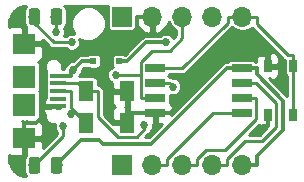
<source format=gbr>
G04 #@! TF.GenerationSoftware,KiCad,Pcbnew,(5.0.0)*
G04 #@! TF.CreationDate,2018-09-11T18:50:04-05:00*
G04 #@! TF.ProjectId,mini-attinyuino,6D696E692D617474696E7975696E6F2E,1.0*
G04 #@! TF.SameCoordinates,Original*
G04 #@! TF.FileFunction,Copper,L1,Top,Signal*
G04 #@! TF.FilePolarity,Positive*
%FSLAX46Y46*%
G04 Gerber Fmt 4.6, Leading zero omitted, Abs format (unit mm)*
G04 Created by KiCad (PCBNEW (5.0.0)) date 09/11/18 18:50:04*
%MOMM*%
%LPD*%
G01*
G04 APERTURE LIST*
G04 #@! TA.AperFunction,SMDPad,CuDef*
%ADD10R,0.650000X1.050000*%
G04 #@! TD*
G04 #@! TA.AperFunction,ComponentPad*
%ADD11O,1.700000X1.700000*%
G04 #@! TD*
G04 #@! TA.AperFunction,ComponentPad*
%ADD12R,1.700000X1.700000*%
G04 #@! TD*
G04 #@! TA.AperFunction,SMDPad,CuDef*
%ADD13R,1.300000X1.700000*%
G04 #@! TD*
G04 #@! TA.AperFunction,SMDPad,CuDef*
%ADD14R,0.500000X0.500000*%
G04 #@! TD*
G04 #@! TA.AperFunction,Conductor*
%ADD15C,0.127000*%
G04 #@! TD*
G04 #@! TA.AperFunction,SMDPad,CuDef*
%ADD16C,0.975000*%
G04 #@! TD*
G04 #@! TA.AperFunction,SMDPad,CuDef*
%ADD17R,1.900000X1.800000*%
G04 #@! TD*
G04 #@! TA.AperFunction,SMDPad,CuDef*
%ADD18R,1.900000X1.900000*%
G04 #@! TD*
G04 #@! TA.AperFunction,SMDPad,CuDef*
%ADD19R,1.350000X0.400000*%
G04 #@! TD*
G04 #@! TA.AperFunction,SMDPad,CuDef*
%ADD20R,1.700000X0.650000*%
G04 #@! TD*
G04 #@! TA.AperFunction,ViaPad*
%ADD21C,0.685800*%
G04 #@! TD*
G04 #@! TA.AperFunction,Conductor*
%ADD22C,0.300000*%
G04 #@! TD*
G04 #@! TA.AperFunction,Conductor*
%ADD23C,0.254000*%
G04 #@! TD*
G04 APERTURE END LIST*
D10*
G04 #@! TO.P,SW1,1*
G04 #@! TO.N,GND*
X138815000Y-95563500D03*
X138815000Y-91413500D03*
G04 #@! TO.P,SW1,2*
G04 #@! TO.N,/PG5*
X140965000Y-95563500D03*
X140965000Y-91413500D03*
G04 #@! TD*
D11*
G04 #@! TO.P,J1,5*
G04 #@! TO.N,+5V*
X136675000Y-99778800D03*
G04 #@! TO.P,J1,4*
G04 #@! TO.N,/PG3*
X134135000Y-99778800D03*
G04 #@! TO.P,J1,3*
G04 #@! TO.N,/PG1*
X131595000Y-99778800D03*
G04 #@! TO.P,J1,2*
G04 #@! TO.N,/PG4*
X129055000Y-99778800D03*
D12*
G04 #@! TO.P,J1,1*
G04 #@! TO.N,VBUS*
X126515000Y-99778800D03*
G04 #@! TD*
G04 #@! TO.P,J2,1*
G04 #@! TO.N,VCC*
X126515000Y-87233800D03*
D11*
G04 #@! TO.P,J2,2*
G04 #@! TO.N,GND*
X129055000Y-87233800D03*
G04 #@! TO.P,J2,3*
G04 #@! TO.N,Net-(J2-Pad3)*
X131595000Y-87233800D03*
G04 #@! TO.P,J2,4*
G04 #@! TO.N,Net-(J2-Pad4)*
X134135000Y-87233800D03*
G04 #@! TO.P,J2,5*
G04 #@! TO.N,/PG5*
X136675000Y-87233800D03*
G04 #@! TD*
D13*
G04 #@! TO.P,D4,1*
G04 #@! TO.N,Net-(D4-Pad1)*
X123419000Y-93526500D03*
G04 #@! TO.P,D4,2*
G04 #@! TO.N,GND*
X126919000Y-93526500D03*
G04 #@! TD*
D14*
G04 #@! TO.P,D2,1*
G04 #@! TO.N,+5V*
X126269000Y-91008200D03*
G04 #@! TO.P,D2,2*
G04 #@! TO.N,VBUS*
X124069000Y-91008200D03*
G04 #@! TD*
D15*
G04 #@! TO.N,Net-(D3-Pad1)*
G04 #@! TO.C,D3*
G36*
X119332142Y-86529874D02*
X119355803Y-86533384D01*
X119379007Y-86539196D01*
X119401529Y-86547254D01*
X119423153Y-86557482D01*
X119443670Y-86569779D01*
X119462883Y-86584029D01*
X119480607Y-86600093D01*
X119496671Y-86617817D01*
X119510921Y-86637030D01*
X119523218Y-86657547D01*
X119533446Y-86679171D01*
X119541504Y-86701693D01*
X119547316Y-86724897D01*
X119550826Y-86748558D01*
X119552000Y-86772450D01*
X119552000Y-87684950D01*
X119550826Y-87708842D01*
X119547316Y-87732503D01*
X119541504Y-87755707D01*
X119533446Y-87778229D01*
X119523218Y-87799853D01*
X119510921Y-87820370D01*
X119496671Y-87839583D01*
X119480607Y-87857307D01*
X119462883Y-87873371D01*
X119443670Y-87887621D01*
X119423153Y-87899918D01*
X119401529Y-87910146D01*
X119379007Y-87918204D01*
X119355803Y-87924016D01*
X119332142Y-87927526D01*
X119308250Y-87928700D01*
X118820750Y-87928700D01*
X118796858Y-87927526D01*
X118773197Y-87924016D01*
X118749993Y-87918204D01*
X118727471Y-87910146D01*
X118705847Y-87899918D01*
X118685330Y-87887621D01*
X118666117Y-87873371D01*
X118648393Y-87857307D01*
X118632329Y-87839583D01*
X118618079Y-87820370D01*
X118605782Y-87799853D01*
X118595554Y-87778229D01*
X118587496Y-87755707D01*
X118581684Y-87732503D01*
X118578174Y-87708842D01*
X118577000Y-87684950D01*
X118577000Y-86772450D01*
X118578174Y-86748558D01*
X118581684Y-86724897D01*
X118587496Y-86701693D01*
X118595554Y-86679171D01*
X118605782Y-86657547D01*
X118618079Y-86637030D01*
X118632329Y-86617817D01*
X118648393Y-86600093D01*
X118666117Y-86584029D01*
X118685330Y-86569779D01*
X118705847Y-86557482D01*
X118727471Y-86547254D01*
X118749993Y-86539196D01*
X118773197Y-86533384D01*
X118796858Y-86529874D01*
X118820750Y-86528700D01*
X119308250Y-86528700D01*
X119332142Y-86529874D01*
X119332142Y-86529874D01*
G37*
D16*
G04 #@! TD*
G04 #@! TO.P,D3,1*
G04 #@! TO.N,Net-(D3-Pad1)*
X119064500Y-87228700D03*
D15*
G04 #@! TO.N,/PG1*
G04 #@! TO.C,D3*
G36*
X121207142Y-86529874D02*
X121230803Y-86533384D01*
X121254007Y-86539196D01*
X121276529Y-86547254D01*
X121298153Y-86557482D01*
X121318670Y-86569779D01*
X121337883Y-86584029D01*
X121355607Y-86600093D01*
X121371671Y-86617817D01*
X121385921Y-86637030D01*
X121398218Y-86657547D01*
X121408446Y-86679171D01*
X121416504Y-86701693D01*
X121422316Y-86724897D01*
X121425826Y-86748558D01*
X121427000Y-86772450D01*
X121427000Y-87684950D01*
X121425826Y-87708842D01*
X121422316Y-87732503D01*
X121416504Y-87755707D01*
X121408446Y-87778229D01*
X121398218Y-87799853D01*
X121385921Y-87820370D01*
X121371671Y-87839583D01*
X121355607Y-87857307D01*
X121337883Y-87873371D01*
X121318670Y-87887621D01*
X121298153Y-87899918D01*
X121276529Y-87910146D01*
X121254007Y-87918204D01*
X121230803Y-87924016D01*
X121207142Y-87927526D01*
X121183250Y-87928700D01*
X120695750Y-87928700D01*
X120671858Y-87927526D01*
X120648197Y-87924016D01*
X120624993Y-87918204D01*
X120602471Y-87910146D01*
X120580847Y-87899918D01*
X120560330Y-87887621D01*
X120541117Y-87873371D01*
X120523393Y-87857307D01*
X120507329Y-87839583D01*
X120493079Y-87820370D01*
X120480782Y-87799853D01*
X120470554Y-87778229D01*
X120462496Y-87755707D01*
X120456684Y-87732503D01*
X120453174Y-87708842D01*
X120452000Y-87684950D01*
X120452000Y-86772450D01*
X120453174Y-86748558D01*
X120456684Y-86724897D01*
X120462496Y-86701693D01*
X120470554Y-86679171D01*
X120480782Y-86657547D01*
X120493079Y-86637030D01*
X120507329Y-86617817D01*
X120523393Y-86600093D01*
X120541117Y-86584029D01*
X120560330Y-86569779D01*
X120580847Y-86557482D01*
X120602471Y-86547254D01*
X120624993Y-86539196D01*
X120648197Y-86533384D01*
X120671858Y-86529874D01*
X120695750Y-86528700D01*
X121183250Y-86528700D01*
X121207142Y-86529874D01*
X121207142Y-86529874D01*
G37*
D16*
G04 #@! TD*
G04 #@! TO.P,D3,2*
G04 #@! TO.N,/PG1*
X120939500Y-87228700D03*
D17*
G04 #@! TO.P,J3,6*
G04 #@! TO.N,GND*
X118219000Y-89527900D03*
X118219000Y-97527900D03*
D18*
G04 #@! TO.P,J3,*
G04 #@! TO.N,*
X118219000Y-92327900D03*
X118219000Y-94727900D03*
D19*
G04 #@! TO.P,J3,1*
G04 #@! TO.N,VBUS*
X121094000Y-92227900D03*
G04 #@! TO.P,J3,2*
G04 #@! TO.N,Net-(D4-Pad1)*
X121094000Y-92877900D03*
G04 #@! TO.P,J3,3*
G04 #@! TO.N,Net-(D5-Pad1)*
X121094000Y-93527900D03*
G04 #@! TO.P,J3,4*
G04 #@! TO.N,Net-(J3-Pad4)*
X121094000Y-94177900D03*
G04 #@! TO.P,J3,5*
G04 #@! TO.N,GND*
X121094000Y-94827900D03*
G04 #@! TD*
D15*
G04 #@! TO.N,Net-(D1-Pad1)*
G04 #@! TO.C,D1*
G36*
X119337142Y-99128274D02*
X119360803Y-99131784D01*
X119384007Y-99137596D01*
X119406529Y-99145654D01*
X119428153Y-99155882D01*
X119448670Y-99168179D01*
X119467883Y-99182429D01*
X119485607Y-99198493D01*
X119501671Y-99216217D01*
X119515921Y-99235430D01*
X119528218Y-99255947D01*
X119538446Y-99277571D01*
X119546504Y-99300093D01*
X119552316Y-99323297D01*
X119555826Y-99346958D01*
X119557000Y-99370850D01*
X119557000Y-100283350D01*
X119555826Y-100307242D01*
X119552316Y-100330903D01*
X119546504Y-100354107D01*
X119538446Y-100376629D01*
X119528218Y-100398253D01*
X119515921Y-100418770D01*
X119501671Y-100437983D01*
X119485607Y-100455707D01*
X119467883Y-100471771D01*
X119448670Y-100486021D01*
X119428153Y-100498318D01*
X119406529Y-100508546D01*
X119384007Y-100516604D01*
X119360803Y-100522416D01*
X119337142Y-100525926D01*
X119313250Y-100527100D01*
X118825750Y-100527100D01*
X118801858Y-100525926D01*
X118778197Y-100522416D01*
X118754993Y-100516604D01*
X118732471Y-100508546D01*
X118710847Y-100498318D01*
X118690330Y-100486021D01*
X118671117Y-100471771D01*
X118653393Y-100455707D01*
X118637329Y-100437983D01*
X118623079Y-100418770D01*
X118610782Y-100398253D01*
X118600554Y-100376629D01*
X118592496Y-100354107D01*
X118586684Y-100330903D01*
X118583174Y-100307242D01*
X118582000Y-100283350D01*
X118582000Y-99370850D01*
X118583174Y-99346958D01*
X118586684Y-99323297D01*
X118592496Y-99300093D01*
X118600554Y-99277571D01*
X118610782Y-99255947D01*
X118623079Y-99235430D01*
X118637329Y-99216217D01*
X118653393Y-99198493D01*
X118671117Y-99182429D01*
X118690330Y-99168179D01*
X118710847Y-99155882D01*
X118732471Y-99145654D01*
X118754993Y-99137596D01*
X118778197Y-99131784D01*
X118801858Y-99128274D01*
X118825750Y-99127100D01*
X119313250Y-99127100D01*
X119337142Y-99128274D01*
X119337142Y-99128274D01*
G37*
D16*
G04 #@! TD*
G04 #@! TO.P,D1,1*
G04 #@! TO.N,Net-(D1-Pad1)*
X119069500Y-99827100D03*
D15*
G04 #@! TO.N,+5V*
G04 #@! TO.C,D1*
G36*
X121212142Y-99128274D02*
X121235803Y-99131784D01*
X121259007Y-99137596D01*
X121281529Y-99145654D01*
X121303153Y-99155882D01*
X121323670Y-99168179D01*
X121342883Y-99182429D01*
X121360607Y-99198493D01*
X121376671Y-99216217D01*
X121390921Y-99235430D01*
X121403218Y-99255947D01*
X121413446Y-99277571D01*
X121421504Y-99300093D01*
X121427316Y-99323297D01*
X121430826Y-99346958D01*
X121432000Y-99370850D01*
X121432000Y-100283350D01*
X121430826Y-100307242D01*
X121427316Y-100330903D01*
X121421504Y-100354107D01*
X121413446Y-100376629D01*
X121403218Y-100398253D01*
X121390921Y-100418770D01*
X121376671Y-100437983D01*
X121360607Y-100455707D01*
X121342883Y-100471771D01*
X121323670Y-100486021D01*
X121303153Y-100498318D01*
X121281529Y-100508546D01*
X121259007Y-100516604D01*
X121235803Y-100522416D01*
X121212142Y-100525926D01*
X121188250Y-100527100D01*
X120700750Y-100527100D01*
X120676858Y-100525926D01*
X120653197Y-100522416D01*
X120629993Y-100516604D01*
X120607471Y-100508546D01*
X120585847Y-100498318D01*
X120565330Y-100486021D01*
X120546117Y-100471771D01*
X120528393Y-100455707D01*
X120512329Y-100437983D01*
X120498079Y-100418770D01*
X120485782Y-100398253D01*
X120475554Y-100376629D01*
X120467496Y-100354107D01*
X120461684Y-100330903D01*
X120458174Y-100307242D01*
X120457000Y-100283350D01*
X120457000Y-99370850D01*
X120458174Y-99346958D01*
X120461684Y-99323297D01*
X120467496Y-99300093D01*
X120475554Y-99277571D01*
X120485782Y-99255947D01*
X120498079Y-99235430D01*
X120512329Y-99216217D01*
X120528393Y-99198493D01*
X120546117Y-99182429D01*
X120565330Y-99168179D01*
X120585847Y-99155882D01*
X120607471Y-99145654D01*
X120629993Y-99137596D01*
X120653197Y-99131784D01*
X120676858Y-99128274D01*
X120700750Y-99127100D01*
X121188250Y-99127100D01*
X121212142Y-99128274D01*
X121212142Y-99128274D01*
G37*
D16*
G04 #@! TD*
G04 #@! TO.P,D1,2*
G04 #@! TO.N,+5V*
X120944500Y-99827100D03*
D13*
G04 #@! TO.P,D5,2*
G04 #@! TO.N,GND*
X126919000Y-96194900D03*
G04 #@! TO.P,D5,1*
G04 #@! TO.N,Net-(D5-Pad1)*
X123419000Y-96194900D03*
G04 #@! TD*
D20*
G04 #@! TO.P,U2,1*
G04 #@! TO.N,/PG5*
X129324000Y-91583500D03*
G04 #@! TO.P,U2,2*
G04 #@! TO.N,Net-(J2-Pad4)*
X129324000Y-92853500D03*
G04 #@! TO.P,U2,3*
G04 #@! TO.N,Net-(J2-Pad3)*
X129324000Y-94123500D03*
G04 #@! TO.P,U2,4*
G04 #@! TO.N,GND*
X129324000Y-95393500D03*
G04 #@! TO.P,U2,5*
G04 #@! TO.N,/PG4*
X136624000Y-95393500D03*
G04 #@! TO.P,U2,6*
G04 #@! TO.N,/PG1*
X136624000Y-94123500D03*
G04 #@! TO.P,U2,7*
G04 #@! TO.N,/PG3*
X136624000Y-92853500D03*
G04 #@! TO.P,U2,8*
G04 #@! TO.N,+5V*
X136624000Y-91583500D03*
G04 #@! TD*
D21*
G04 #@! TO.N,+5V*
X130201700Y-89385500D03*
G04 #@! TO.N,GND*
X138195500Y-96688900D03*
G04 #@! TO.N,Net-(D1-Pad1)*
X121526600Y-96520100D03*
G04 #@! TO.N,/PG1*
X120939500Y-88559700D03*
G04 #@! TO.N,Net-(D3-Pad1)*
X122227300Y-89397300D03*
G04 #@! TO.N,Net-(D5-Pad1)*
X122160400Y-95494100D03*
G04 #@! TO.N,VBUS*
X122340200Y-91751700D03*
G04 #@! TO.N,Net-(D4-Pad1)*
X128376000Y-96436800D03*
G04 #@! TO.N,Net-(J2-Pad4)*
X130795100Y-93150400D03*
G04 #@! TO.N,Net-(J2-Pad3)*
X125938500Y-92153500D03*
G04 #@! TD*
D22*
G04 #@! TO.N,+5V*
X136675000Y-99778800D02*
X137929300Y-99778800D01*
X136624000Y-91583500D02*
X137878300Y-91583500D01*
X137878300Y-91583500D02*
X137878300Y-92124900D01*
X137878300Y-92124900D02*
X140083900Y-94330500D01*
X140083900Y-94330500D02*
X140083900Y-96849300D01*
X140083900Y-96849300D02*
X137929300Y-99003900D01*
X137929300Y-99003900D02*
X137929300Y-99778800D01*
X135996900Y-91583500D02*
X136624000Y-91583500D01*
X135996900Y-91583500D02*
X135369700Y-91583500D01*
X135369700Y-91583500D02*
X128973100Y-97980100D01*
X128973100Y-97980100D02*
X124886700Y-97980100D01*
X124886700Y-97980100D02*
X124565900Y-97659300D01*
X124565900Y-97659300D02*
X123030500Y-97659300D01*
X123030500Y-97659300D02*
X120944500Y-99745300D01*
X120944500Y-99745300D02*
X120944500Y-99827100D01*
X126269000Y-91008200D02*
X126923300Y-91008200D01*
X130201700Y-89385500D02*
X128546000Y-89385500D01*
X128546000Y-89385500D02*
X126923300Y-91008200D01*
G04 #@! TO.N,GND*
X120330400Y-90285000D02*
X119573300Y-89527900D01*
X125179600Y-90354000D02*
X125110600Y-90285000D01*
X125110600Y-90285000D02*
X120330400Y-90285000D01*
X120014700Y-94827900D02*
X119880500Y-94693700D01*
X119880500Y-94693700D02*
X119880500Y-90734900D01*
X119880500Y-90734900D02*
X120330400Y-90285000D01*
X120103300Y-94827900D02*
X120014700Y-94827900D01*
X120014700Y-94827900D02*
X119605600Y-95237000D01*
X119605600Y-95237000D02*
X119605600Y-95830400D01*
X119605600Y-95830400D02*
X119212400Y-96223600D01*
X119212400Y-96223600D02*
X118219000Y-96223600D01*
X118219000Y-89527900D02*
X119573300Y-89527900D01*
X125179600Y-90354000D02*
X125680400Y-90354000D01*
X125680400Y-90354000D02*
X127800700Y-88233700D01*
X127800700Y-88233700D02*
X127800700Y-87233800D01*
X125864700Y-93526500D02*
X125179600Y-92841400D01*
X125179600Y-92841400D02*
X125179600Y-90354000D01*
X121094000Y-94827900D02*
X120103300Y-94827900D01*
X118219000Y-97527900D02*
X118219000Y-96223600D01*
X138195500Y-96688900D02*
X138391600Y-96492800D01*
X138391600Y-96492800D02*
X138815000Y-96492800D01*
X138815000Y-95563500D02*
X138815000Y-96492800D01*
X129324000Y-95393500D02*
X130578300Y-95393500D01*
X138815000Y-91413500D02*
X138815000Y-90484200D01*
X138815000Y-90484200D02*
X135487600Y-90484200D01*
X135487600Y-90484200D02*
X130578300Y-95393500D01*
X126919000Y-93526500D02*
X125864700Y-93526500D01*
X126919000Y-94240600D02*
X126919000Y-93526500D01*
X126919000Y-95393500D02*
X126919000Y-96194900D01*
X126919000Y-94678200D02*
X126919000Y-95393500D01*
X128069700Y-95393500D02*
X126919000Y-95393500D01*
X129324000Y-95393500D02*
X128069700Y-95393500D01*
X129055000Y-87233800D02*
X127800700Y-87233800D01*
X126919000Y-94240600D02*
X126919000Y-94678200D01*
D23*
G04 #@! TO.N,Net-(D1-Pad1)*
X121526600Y-96520100D02*
X121526600Y-97370000D01*
X121526600Y-97370000D02*
X119069500Y-99827100D01*
G04 #@! TO.N,/PG1*
X120939500Y-87228700D02*
X120939500Y-88559700D01*
X136624000Y-94123500D02*
X137855300Y-94123500D01*
X131595000Y-99778800D02*
X132826300Y-99778800D01*
X132826300Y-99778800D02*
X132826300Y-99317000D01*
X132826300Y-99317000D02*
X133595800Y-98547500D01*
X133595800Y-98547500D02*
X135220000Y-98547500D01*
X135220000Y-98547500D02*
X137855300Y-95912200D01*
X137855300Y-95912200D02*
X137855300Y-94123500D01*
G04 #@! TO.N,Net-(D3-Pad1)*
X122227300Y-89397300D02*
X120711400Y-89397300D01*
X120711400Y-89397300D02*
X119064500Y-87750400D01*
X119064500Y-87750400D02*
X119064500Y-87228700D01*
G04 #@! TO.N,Net-(D5-Pad1)*
X122439300Y-95215200D02*
X122150300Y-94926200D01*
X122150300Y-94926200D02*
X122150300Y-93527900D01*
X123419000Y-96194900D02*
X122439300Y-95215200D01*
X122439300Y-95215200D02*
X122160400Y-95494100D01*
X121094000Y-93527900D02*
X122150300Y-93527900D01*
G04 #@! TO.N,/PG3*
X134135000Y-99778800D02*
X135366300Y-99778800D01*
X136624000Y-92853500D02*
X137855300Y-92853500D01*
X137855300Y-92853500D02*
X139522800Y-94521000D01*
X139522800Y-94521000D02*
X139522800Y-96584000D01*
X139522800Y-96584000D02*
X138350900Y-97755900D01*
X138350900Y-97755900D02*
X136879000Y-97755900D01*
X136879000Y-97755900D02*
X135366300Y-99268600D01*
X135366300Y-99268600D02*
X135366300Y-99778800D01*
G04 #@! TO.N,/PG4*
X129055000Y-99778800D02*
X130286300Y-99778800D01*
X136624000Y-95393500D02*
X134161400Y-95393500D01*
X134161400Y-95393500D02*
X130286300Y-99268600D01*
X130286300Y-99268600D02*
X130286300Y-99778800D01*
G04 #@! TO.N,/PG5*
X136675000Y-87233800D02*
X135443700Y-87233800D01*
X129324000Y-91583500D02*
X131604200Y-91583500D01*
X131604200Y-91583500D02*
X135443700Y-87744000D01*
X135443700Y-87744000D02*
X135443700Y-87233800D01*
X137906300Y-87233800D02*
X137906300Y-87889900D01*
X137906300Y-87889900D02*
X140523600Y-90507200D01*
X140523600Y-90507200D02*
X140965000Y-90507200D01*
X140965000Y-91413500D02*
X140965000Y-90507200D01*
X136675000Y-87233800D02*
X137906300Y-87233800D01*
X140965000Y-91413500D02*
X140965000Y-95563500D01*
D22*
G04 #@! TO.N,VBUS*
X122340200Y-91751700D02*
X123083700Y-91008200D01*
X123083700Y-91008200D02*
X123414700Y-91008200D01*
X122173300Y-92227900D02*
X122173300Y-91918600D01*
X122173300Y-91918600D02*
X122340200Y-91751700D01*
X121094000Y-92227900D02*
X122173300Y-92227900D01*
X124069000Y-91008200D02*
X123414700Y-91008200D01*
D23*
G04 #@! TO.N,Net-(D4-Pad1)*
X128376000Y-96436800D02*
X128376000Y-96778300D01*
X128376000Y-96778300D02*
X127728000Y-97426300D01*
X127728000Y-97426300D02*
X126110800Y-97426300D01*
X126110800Y-97426300D02*
X124450300Y-95765800D01*
X124450300Y-95765800D02*
X124450300Y-93526500D01*
X123419000Y-93526500D02*
X124450300Y-93526500D01*
X121094000Y-92877900D02*
X122770400Y-92877900D01*
X122770400Y-92877900D02*
X123419000Y-93526500D01*
G04 #@! TO.N,Net-(J2-Pad4)*
X129324000Y-92853500D02*
X130555300Y-92853500D01*
X130555300Y-92853500D02*
X130555300Y-92910600D01*
X130555300Y-92910600D02*
X130795100Y-93150400D01*
G04 #@! TO.N,Net-(J2-Pad3)*
X128092700Y-92153500D02*
X128092700Y-91082700D01*
X128092700Y-91082700D02*
X129065700Y-90109700D01*
X129065700Y-90109700D02*
X130510700Y-90109700D01*
X130510700Y-90109700D02*
X131595000Y-89025400D01*
X131595000Y-89025400D02*
X131595000Y-87233800D01*
X128092700Y-94123500D02*
X128092700Y-92153500D01*
X128092700Y-92153500D02*
X125938500Y-92153500D01*
X129324000Y-94123500D02*
X128092700Y-94123500D01*
G04 #@! TD*
G04 #@! TO.N,GND*
G36*
X125276536Y-86383800D02*
X125276536Y-88083800D01*
X125306106Y-88232459D01*
X125390314Y-88358486D01*
X125516341Y-88442694D01*
X125665000Y-88472264D01*
X127365000Y-88472264D01*
X127513659Y-88442694D01*
X127639686Y-88358486D01*
X127723894Y-88232459D01*
X127753464Y-88083800D01*
X127753464Y-87888695D01*
X127859817Y-88115158D01*
X128288076Y-88505445D01*
X128698110Y-88675276D01*
X128928000Y-88553955D01*
X128928000Y-87360800D01*
X128908000Y-87360800D01*
X128908000Y-87106800D01*
X128928000Y-87106800D01*
X128928000Y-87086800D01*
X129182000Y-87086800D01*
X129182000Y-87106800D01*
X129202000Y-87106800D01*
X129202000Y-87360800D01*
X129182000Y-87360800D01*
X129182000Y-88553955D01*
X129411890Y-88675276D01*
X129821924Y-88505445D01*
X130250183Y-88115158D01*
X130437245Y-87716837D01*
X130707499Y-88121301D01*
X131087000Y-88374876D01*
X131087000Y-88814979D01*
X130847946Y-89054034D01*
X130815393Y-88975444D01*
X130611756Y-88771807D01*
X130345693Y-88661600D01*
X130057707Y-88661600D01*
X129791644Y-88771807D01*
X129708951Y-88854500D01*
X128598289Y-88854500D01*
X128545999Y-88844099D01*
X128493709Y-88854500D01*
X128493706Y-88854500D01*
X128338814Y-88885310D01*
X128163171Y-89002671D01*
X128133548Y-89047005D01*
X126735750Y-90444803D01*
X126667659Y-90399306D01*
X126519000Y-90369736D01*
X126019000Y-90369736D01*
X125870341Y-90399306D01*
X125744314Y-90483514D01*
X125660106Y-90609541D01*
X125630536Y-90758200D01*
X125630536Y-91258200D01*
X125660106Y-91406859D01*
X125701141Y-91468273D01*
X125528444Y-91539807D01*
X125324807Y-91743444D01*
X125214600Y-92009507D01*
X125214600Y-92297493D01*
X125324807Y-92563556D01*
X125528444Y-92767193D01*
X125634000Y-92810916D01*
X125634000Y-93240750D01*
X125792750Y-93399500D01*
X126792000Y-93399500D01*
X126792000Y-93379500D01*
X127046000Y-93379500D01*
X127046000Y-93399500D01*
X127066000Y-93399500D01*
X127066000Y-93653500D01*
X127046000Y-93653500D01*
X127046000Y-94852750D01*
X127053950Y-94860700D01*
X127046000Y-94868650D01*
X127046000Y-96067900D01*
X127066000Y-96067900D01*
X127066000Y-96321900D01*
X127046000Y-96321900D01*
X127046000Y-96341900D01*
X126792000Y-96341900D01*
X126792000Y-96321900D01*
X125792750Y-96321900D01*
X125758785Y-96355865D01*
X124958300Y-95555380D01*
X124958300Y-93812250D01*
X125634000Y-93812250D01*
X125634000Y-94502810D01*
X125730673Y-94736199D01*
X125855175Y-94860700D01*
X125730673Y-94985201D01*
X125634000Y-95218590D01*
X125634000Y-95909150D01*
X125792750Y-96067900D01*
X126792000Y-96067900D01*
X126792000Y-94868650D01*
X126784050Y-94860700D01*
X126792000Y-94852750D01*
X126792000Y-93653500D01*
X125792750Y-93653500D01*
X125634000Y-93812250D01*
X124958300Y-93812250D01*
X124958300Y-93576532D01*
X124968252Y-93526500D01*
X124928825Y-93328288D01*
X124816547Y-93160253D01*
X124648512Y-93047975D01*
X124500332Y-93018500D01*
X124457464Y-93009973D01*
X124457464Y-92676500D01*
X124427894Y-92527841D01*
X124343686Y-92401814D01*
X124217659Y-92317606D01*
X124069000Y-92288036D01*
X122827613Y-92288036D01*
X122953893Y-92161756D01*
X123064100Y-91895693D01*
X123064100Y-91778747D01*
X123303648Y-91539200D01*
X123553764Y-91539200D01*
X123670341Y-91617094D01*
X123819000Y-91646664D01*
X124319000Y-91646664D01*
X124467659Y-91617094D01*
X124593686Y-91532886D01*
X124677894Y-91406859D01*
X124707464Y-91258200D01*
X124707464Y-90758200D01*
X124677894Y-90609541D01*
X124593686Y-90483514D01*
X124467659Y-90399306D01*
X124319000Y-90369736D01*
X123819000Y-90369736D01*
X123670341Y-90399306D01*
X123553764Y-90477200D01*
X123135994Y-90477200D01*
X123083700Y-90466798D01*
X123031406Y-90477200D01*
X122876514Y-90508010D01*
X122700871Y-90625371D01*
X122671250Y-90669702D01*
X122313153Y-91027800D01*
X122196207Y-91027800D01*
X121930144Y-91138007D01*
X121726507Y-91341644D01*
X121616300Y-91607707D01*
X121616300Y-91639436D01*
X121382963Y-91639436D01*
X121400000Y-91598305D01*
X121400000Y-91307495D01*
X121288712Y-91038822D01*
X121083078Y-90833188D01*
X120814405Y-90721900D01*
X120523595Y-90721900D01*
X120254922Y-90833188D01*
X120049288Y-91038822D01*
X119938000Y-91307495D01*
X119938000Y-91598305D01*
X120049288Y-91866978D01*
X120060685Y-91878375D01*
X120060106Y-91879241D01*
X120030536Y-92027900D01*
X120030536Y-92427900D01*
X120055400Y-92552900D01*
X120030536Y-92677900D01*
X120030536Y-93077900D01*
X120055400Y-93202900D01*
X120030536Y-93327900D01*
X120030536Y-93727900D01*
X120055400Y-93852900D01*
X120030536Y-93977900D01*
X120030536Y-94118338D01*
X119880673Y-94268202D01*
X119784000Y-94501591D01*
X119784000Y-94569150D01*
X119942750Y-94727900D01*
X120257030Y-94727900D01*
X120270341Y-94736794D01*
X120419000Y-94766364D01*
X121241000Y-94766364D01*
X121241000Y-94927900D01*
X121221000Y-94927900D01*
X121221000Y-94974900D01*
X121063069Y-94974900D01*
X120967000Y-94935107D01*
X120967000Y-94927900D01*
X120949601Y-94927900D01*
X120814405Y-94871900D01*
X120523595Y-94871900D01*
X120388399Y-94927900D01*
X119942750Y-94927900D01*
X119784000Y-95086650D01*
X119784000Y-95154209D01*
X119880673Y-95387598D01*
X119941682Y-95448607D01*
X119938000Y-95457495D01*
X119938000Y-95748305D01*
X120049288Y-96016978D01*
X120254922Y-96222612D01*
X120523595Y-96333900D01*
X120814405Y-96333900D01*
X120821379Y-96331011D01*
X120802700Y-96376107D01*
X120802700Y-96664093D01*
X120912907Y-96930156D01*
X121018601Y-97035850D01*
X121018601Y-97159578D01*
X119804000Y-98374180D01*
X119804000Y-97813650D01*
X119645250Y-97654900D01*
X118346000Y-97654900D01*
X118346000Y-98904150D01*
X118373480Y-98931630D01*
X118241660Y-99128912D01*
X118193536Y-99370850D01*
X118193536Y-100283350D01*
X118241660Y-100525288D01*
X118378707Y-100730393D01*
X118387104Y-100736004D01*
X118214894Y-100735783D01*
X118101054Y-100710545D01*
X117966240Y-100668038D01*
X117835657Y-100613949D01*
X117710284Y-100548685D01*
X117591072Y-100472738D01*
X117478920Y-100386681D01*
X117374722Y-100291202D01*
X117279226Y-100186985D01*
X117193174Y-100074840D01*
X117117232Y-99955635D01*
X117051963Y-99830256D01*
X116997874Y-99699670D01*
X116955367Y-99564860D01*
X116924776Y-99426872D01*
X116906326Y-99286727D01*
X116899799Y-99137238D01*
X116899799Y-98956725D01*
X116909301Y-98966227D01*
X117142690Y-99062900D01*
X117933250Y-99062900D01*
X118092000Y-98904150D01*
X118092000Y-97654900D01*
X118072000Y-97654900D01*
X118072000Y-97400900D01*
X118092000Y-97400900D01*
X118092000Y-97380900D01*
X118346000Y-97380900D01*
X118346000Y-97400900D01*
X119645250Y-97400900D01*
X119804000Y-97242150D01*
X119804000Y-96501591D01*
X119707327Y-96268202D01*
X119528699Y-96089573D01*
X119349659Y-96015412D01*
X119443686Y-95952586D01*
X119527894Y-95826559D01*
X119557464Y-95677900D01*
X119557464Y-93777900D01*
X119527894Y-93629241D01*
X119460181Y-93527900D01*
X119527894Y-93426559D01*
X119557464Y-93277900D01*
X119557464Y-91377900D01*
X119527894Y-91229241D01*
X119443686Y-91103214D01*
X119349659Y-91040388D01*
X119528699Y-90966227D01*
X119707327Y-90787598D01*
X119804000Y-90554209D01*
X119804000Y-89813650D01*
X119645250Y-89654900D01*
X118346000Y-89654900D01*
X118346000Y-89674900D01*
X118092000Y-89674900D01*
X118092000Y-89654900D01*
X118072000Y-89654900D01*
X118072000Y-89400900D01*
X118092000Y-89400900D01*
X118092000Y-88151650D01*
X117933250Y-87992900D01*
X117142690Y-87992900D01*
X116909301Y-88089573D01*
X116899799Y-88099075D01*
X116899799Y-87913788D01*
X116906326Y-87764299D01*
X116924776Y-87624154D01*
X116955367Y-87486166D01*
X116997874Y-87351356D01*
X117051963Y-87220770D01*
X117117232Y-87095391D01*
X117193174Y-86976186D01*
X117279226Y-86864041D01*
X117374722Y-86759824D01*
X117478920Y-86664345D01*
X117591072Y-86578288D01*
X117710284Y-86502341D01*
X117835657Y-86437077D01*
X117966240Y-86382988D01*
X118101054Y-86340481D01*
X118214898Y-86315242D01*
X118389265Y-86315012D01*
X118373707Y-86325407D01*
X118236660Y-86530512D01*
X118188536Y-86772450D01*
X118188536Y-87684950D01*
X118236660Y-87926888D01*
X118370483Y-88127167D01*
X118346000Y-88151650D01*
X118346000Y-89400900D01*
X119645250Y-89400900D01*
X119804000Y-89242150D01*
X119804000Y-89208320D01*
X120316812Y-89721132D01*
X120345153Y-89763547D01*
X120513188Y-89875825D01*
X120661368Y-89905300D01*
X120661371Y-89905300D01*
X120711399Y-89915251D01*
X120761427Y-89905300D01*
X121711551Y-89905300D01*
X121817244Y-90010993D01*
X122083307Y-90121200D01*
X122371293Y-90121200D01*
X122637356Y-90010993D01*
X122840993Y-89807356D01*
X122951200Y-89541293D01*
X122951200Y-89253307D01*
X122888403Y-89101702D01*
X123352411Y-89293900D01*
X123941589Y-89293900D01*
X124485919Y-89068432D01*
X124902532Y-88651819D01*
X125128000Y-88107489D01*
X125128000Y-87518311D01*
X124902532Y-86973981D01*
X124485919Y-86557368D01*
X123941589Y-86331900D01*
X123352411Y-86331900D01*
X122808081Y-86557368D01*
X122391468Y-86973981D01*
X122166000Y-87518311D01*
X122166000Y-88107489D01*
X122391468Y-88651819D01*
X122442575Y-88702926D01*
X122371293Y-88673400D01*
X122083307Y-88673400D01*
X121817244Y-88783607D01*
X121711551Y-88889300D01*
X121586519Y-88889300D01*
X121663400Y-88703693D01*
X121663400Y-88415707D01*
X121564180Y-88176168D01*
X121630293Y-88131993D01*
X121767340Y-87926888D01*
X121815464Y-87684950D01*
X121815464Y-86772450D01*
X121767340Y-86530512D01*
X121630293Y-86325407D01*
X121608370Y-86310759D01*
X125292033Y-86305892D01*
X125276536Y-86383800D01*
X125276536Y-86383800D01*
G37*
X125276536Y-86383800D02*
X125276536Y-88083800D01*
X125306106Y-88232459D01*
X125390314Y-88358486D01*
X125516341Y-88442694D01*
X125665000Y-88472264D01*
X127365000Y-88472264D01*
X127513659Y-88442694D01*
X127639686Y-88358486D01*
X127723894Y-88232459D01*
X127753464Y-88083800D01*
X127753464Y-87888695D01*
X127859817Y-88115158D01*
X128288076Y-88505445D01*
X128698110Y-88675276D01*
X128928000Y-88553955D01*
X128928000Y-87360800D01*
X128908000Y-87360800D01*
X128908000Y-87106800D01*
X128928000Y-87106800D01*
X128928000Y-87086800D01*
X129182000Y-87086800D01*
X129182000Y-87106800D01*
X129202000Y-87106800D01*
X129202000Y-87360800D01*
X129182000Y-87360800D01*
X129182000Y-88553955D01*
X129411890Y-88675276D01*
X129821924Y-88505445D01*
X130250183Y-88115158D01*
X130437245Y-87716837D01*
X130707499Y-88121301D01*
X131087000Y-88374876D01*
X131087000Y-88814979D01*
X130847946Y-89054034D01*
X130815393Y-88975444D01*
X130611756Y-88771807D01*
X130345693Y-88661600D01*
X130057707Y-88661600D01*
X129791644Y-88771807D01*
X129708951Y-88854500D01*
X128598289Y-88854500D01*
X128545999Y-88844099D01*
X128493709Y-88854500D01*
X128493706Y-88854500D01*
X128338814Y-88885310D01*
X128163171Y-89002671D01*
X128133548Y-89047005D01*
X126735750Y-90444803D01*
X126667659Y-90399306D01*
X126519000Y-90369736D01*
X126019000Y-90369736D01*
X125870341Y-90399306D01*
X125744314Y-90483514D01*
X125660106Y-90609541D01*
X125630536Y-90758200D01*
X125630536Y-91258200D01*
X125660106Y-91406859D01*
X125701141Y-91468273D01*
X125528444Y-91539807D01*
X125324807Y-91743444D01*
X125214600Y-92009507D01*
X125214600Y-92297493D01*
X125324807Y-92563556D01*
X125528444Y-92767193D01*
X125634000Y-92810916D01*
X125634000Y-93240750D01*
X125792750Y-93399500D01*
X126792000Y-93399500D01*
X126792000Y-93379500D01*
X127046000Y-93379500D01*
X127046000Y-93399500D01*
X127066000Y-93399500D01*
X127066000Y-93653500D01*
X127046000Y-93653500D01*
X127046000Y-94852750D01*
X127053950Y-94860700D01*
X127046000Y-94868650D01*
X127046000Y-96067900D01*
X127066000Y-96067900D01*
X127066000Y-96321900D01*
X127046000Y-96321900D01*
X127046000Y-96341900D01*
X126792000Y-96341900D01*
X126792000Y-96321900D01*
X125792750Y-96321900D01*
X125758785Y-96355865D01*
X124958300Y-95555380D01*
X124958300Y-93812250D01*
X125634000Y-93812250D01*
X125634000Y-94502810D01*
X125730673Y-94736199D01*
X125855175Y-94860700D01*
X125730673Y-94985201D01*
X125634000Y-95218590D01*
X125634000Y-95909150D01*
X125792750Y-96067900D01*
X126792000Y-96067900D01*
X126792000Y-94868650D01*
X126784050Y-94860700D01*
X126792000Y-94852750D01*
X126792000Y-93653500D01*
X125792750Y-93653500D01*
X125634000Y-93812250D01*
X124958300Y-93812250D01*
X124958300Y-93576532D01*
X124968252Y-93526500D01*
X124928825Y-93328288D01*
X124816547Y-93160253D01*
X124648512Y-93047975D01*
X124500332Y-93018500D01*
X124457464Y-93009973D01*
X124457464Y-92676500D01*
X124427894Y-92527841D01*
X124343686Y-92401814D01*
X124217659Y-92317606D01*
X124069000Y-92288036D01*
X122827613Y-92288036D01*
X122953893Y-92161756D01*
X123064100Y-91895693D01*
X123064100Y-91778747D01*
X123303648Y-91539200D01*
X123553764Y-91539200D01*
X123670341Y-91617094D01*
X123819000Y-91646664D01*
X124319000Y-91646664D01*
X124467659Y-91617094D01*
X124593686Y-91532886D01*
X124677894Y-91406859D01*
X124707464Y-91258200D01*
X124707464Y-90758200D01*
X124677894Y-90609541D01*
X124593686Y-90483514D01*
X124467659Y-90399306D01*
X124319000Y-90369736D01*
X123819000Y-90369736D01*
X123670341Y-90399306D01*
X123553764Y-90477200D01*
X123135994Y-90477200D01*
X123083700Y-90466798D01*
X123031406Y-90477200D01*
X122876514Y-90508010D01*
X122700871Y-90625371D01*
X122671250Y-90669702D01*
X122313153Y-91027800D01*
X122196207Y-91027800D01*
X121930144Y-91138007D01*
X121726507Y-91341644D01*
X121616300Y-91607707D01*
X121616300Y-91639436D01*
X121382963Y-91639436D01*
X121400000Y-91598305D01*
X121400000Y-91307495D01*
X121288712Y-91038822D01*
X121083078Y-90833188D01*
X120814405Y-90721900D01*
X120523595Y-90721900D01*
X120254922Y-90833188D01*
X120049288Y-91038822D01*
X119938000Y-91307495D01*
X119938000Y-91598305D01*
X120049288Y-91866978D01*
X120060685Y-91878375D01*
X120060106Y-91879241D01*
X120030536Y-92027900D01*
X120030536Y-92427900D01*
X120055400Y-92552900D01*
X120030536Y-92677900D01*
X120030536Y-93077900D01*
X120055400Y-93202900D01*
X120030536Y-93327900D01*
X120030536Y-93727900D01*
X120055400Y-93852900D01*
X120030536Y-93977900D01*
X120030536Y-94118338D01*
X119880673Y-94268202D01*
X119784000Y-94501591D01*
X119784000Y-94569150D01*
X119942750Y-94727900D01*
X120257030Y-94727900D01*
X120270341Y-94736794D01*
X120419000Y-94766364D01*
X121241000Y-94766364D01*
X121241000Y-94927900D01*
X121221000Y-94927900D01*
X121221000Y-94974900D01*
X121063069Y-94974900D01*
X120967000Y-94935107D01*
X120967000Y-94927900D01*
X120949601Y-94927900D01*
X120814405Y-94871900D01*
X120523595Y-94871900D01*
X120388399Y-94927900D01*
X119942750Y-94927900D01*
X119784000Y-95086650D01*
X119784000Y-95154209D01*
X119880673Y-95387598D01*
X119941682Y-95448607D01*
X119938000Y-95457495D01*
X119938000Y-95748305D01*
X120049288Y-96016978D01*
X120254922Y-96222612D01*
X120523595Y-96333900D01*
X120814405Y-96333900D01*
X120821379Y-96331011D01*
X120802700Y-96376107D01*
X120802700Y-96664093D01*
X120912907Y-96930156D01*
X121018601Y-97035850D01*
X121018601Y-97159578D01*
X119804000Y-98374180D01*
X119804000Y-97813650D01*
X119645250Y-97654900D01*
X118346000Y-97654900D01*
X118346000Y-98904150D01*
X118373480Y-98931630D01*
X118241660Y-99128912D01*
X118193536Y-99370850D01*
X118193536Y-100283350D01*
X118241660Y-100525288D01*
X118378707Y-100730393D01*
X118387104Y-100736004D01*
X118214894Y-100735783D01*
X118101054Y-100710545D01*
X117966240Y-100668038D01*
X117835657Y-100613949D01*
X117710284Y-100548685D01*
X117591072Y-100472738D01*
X117478920Y-100386681D01*
X117374722Y-100291202D01*
X117279226Y-100186985D01*
X117193174Y-100074840D01*
X117117232Y-99955635D01*
X117051963Y-99830256D01*
X116997874Y-99699670D01*
X116955367Y-99564860D01*
X116924776Y-99426872D01*
X116906326Y-99286727D01*
X116899799Y-99137238D01*
X116899799Y-98956725D01*
X116909301Y-98966227D01*
X117142690Y-99062900D01*
X117933250Y-99062900D01*
X118092000Y-98904150D01*
X118092000Y-97654900D01*
X118072000Y-97654900D01*
X118072000Y-97400900D01*
X118092000Y-97400900D01*
X118092000Y-97380900D01*
X118346000Y-97380900D01*
X118346000Y-97400900D01*
X119645250Y-97400900D01*
X119804000Y-97242150D01*
X119804000Y-96501591D01*
X119707327Y-96268202D01*
X119528699Y-96089573D01*
X119349659Y-96015412D01*
X119443686Y-95952586D01*
X119527894Y-95826559D01*
X119557464Y-95677900D01*
X119557464Y-93777900D01*
X119527894Y-93629241D01*
X119460181Y-93527900D01*
X119527894Y-93426559D01*
X119557464Y-93277900D01*
X119557464Y-91377900D01*
X119527894Y-91229241D01*
X119443686Y-91103214D01*
X119349659Y-91040388D01*
X119528699Y-90966227D01*
X119707327Y-90787598D01*
X119804000Y-90554209D01*
X119804000Y-89813650D01*
X119645250Y-89654900D01*
X118346000Y-89654900D01*
X118346000Y-89674900D01*
X118092000Y-89674900D01*
X118092000Y-89654900D01*
X118072000Y-89654900D01*
X118072000Y-89400900D01*
X118092000Y-89400900D01*
X118092000Y-88151650D01*
X117933250Y-87992900D01*
X117142690Y-87992900D01*
X116909301Y-88089573D01*
X116899799Y-88099075D01*
X116899799Y-87913788D01*
X116906326Y-87764299D01*
X116924776Y-87624154D01*
X116955367Y-87486166D01*
X116997874Y-87351356D01*
X117051963Y-87220770D01*
X117117232Y-87095391D01*
X117193174Y-86976186D01*
X117279226Y-86864041D01*
X117374722Y-86759824D01*
X117478920Y-86664345D01*
X117591072Y-86578288D01*
X117710284Y-86502341D01*
X117835657Y-86437077D01*
X117966240Y-86382988D01*
X118101054Y-86340481D01*
X118214898Y-86315242D01*
X118389265Y-86315012D01*
X118373707Y-86325407D01*
X118236660Y-86530512D01*
X118188536Y-86772450D01*
X118188536Y-87684950D01*
X118236660Y-87926888D01*
X118370483Y-88127167D01*
X118346000Y-88151650D01*
X118346000Y-89400900D01*
X119645250Y-89400900D01*
X119804000Y-89242150D01*
X119804000Y-89208320D01*
X120316812Y-89721132D01*
X120345153Y-89763547D01*
X120513188Y-89875825D01*
X120661368Y-89905300D01*
X120661371Y-89905300D01*
X120711399Y-89915251D01*
X120761427Y-89905300D01*
X121711551Y-89905300D01*
X121817244Y-90010993D01*
X122083307Y-90121200D01*
X122371293Y-90121200D01*
X122637356Y-90010993D01*
X122840993Y-89807356D01*
X122951200Y-89541293D01*
X122951200Y-89253307D01*
X122888403Y-89101702D01*
X123352411Y-89293900D01*
X123941589Y-89293900D01*
X124485919Y-89068432D01*
X124902532Y-88651819D01*
X125128000Y-88107489D01*
X125128000Y-87518311D01*
X124902532Y-86973981D01*
X124485919Y-86557368D01*
X123941589Y-86331900D01*
X123352411Y-86331900D01*
X122808081Y-86557368D01*
X122391468Y-86973981D01*
X122166000Y-87518311D01*
X122166000Y-88107489D01*
X122391468Y-88651819D01*
X122442575Y-88702926D01*
X122371293Y-88673400D01*
X122083307Y-88673400D01*
X121817244Y-88783607D01*
X121711551Y-88889300D01*
X121586519Y-88889300D01*
X121663400Y-88703693D01*
X121663400Y-88415707D01*
X121564180Y-88176168D01*
X121630293Y-88131993D01*
X121767340Y-87926888D01*
X121815464Y-87684950D01*
X121815464Y-86772450D01*
X121767340Y-86530512D01*
X121630293Y-86325407D01*
X121608370Y-86310759D01*
X125292033Y-86305892D01*
X125276536Y-86383800D01*
G36*
X129451000Y-95266500D02*
X129471000Y-95266500D01*
X129471000Y-95520500D01*
X129451000Y-95520500D01*
X129451000Y-96194750D01*
X129609750Y-96353500D01*
X129848753Y-96353500D01*
X128753153Y-97449100D01*
X128423620Y-97449100D01*
X128699832Y-97172888D01*
X128742247Y-97144547D01*
X128843425Y-96993124D01*
X128989693Y-96846856D01*
X129099900Y-96580793D01*
X129099900Y-96292807D01*
X129099620Y-96292130D01*
X129197000Y-96194750D01*
X129197000Y-95520500D01*
X129177000Y-95520500D01*
X129177000Y-95266500D01*
X129197000Y-95266500D01*
X129197000Y-95246500D01*
X129451000Y-95246500D01*
X129451000Y-95266500D01*
X129451000Y-95266500D01*
G37*
X129451000Y-95266500D02*
X129471000Y-95266500D01*
X129471000Y-95520500D01*
X129451000Y-95520500D01*
X129451000Y-96194750D01*
X129609750Y-96353500D01*
X129848753Y-96353500D01*
X128753153Y-97449100D01*
X128423620Y-97449100D01*
X128699832Y-97172888D01*
X128742247Y-97144547D01*
X128843425Y-96993124D01*
X128989693Y-96846856D01*
X129099900Y-96580793D01*
X129099900Y-96292807D01*
X129099620Y-96292130D01*
X129197000Y-96194750D01*
X129197000Y-95520500D01*
X129177000Y-95520500D01*
X129177000Y-95266500D01*
X129197000Y-95266500D01*
X129197000Y-95246500D01*
X129451000Y-95246500D01*
X129451000Y-95266500D01*
G36*
X138130301Y-96626827D02*
X138363690Y-96723500D01*
X138529250Y-96723500D01*
X138687998Y-96564752D01*
X138687998Y-96700381D01*
X138140480Y-97247900D01*
X137238021Y-97247900D01*
X137994698Y-96491223D01*
X138130301Y-96626827D01*
X138130301Y-96626827D01*
G37*
X138130301Y-96626827D02*
X138363690Y-96723500D01*
X138529250Y-96723500D01*
X138687998Y-96564752D01*
X138687998Y-96700381D01*
X138140480Y-97247900D01*
X137238021Y-97247900D01*
X137994698Y-96491223D01*
X138130301Y-96626827D01*
G36*
X118346002Y-96151648D02*
X118346002Y-96066364D01*
X118431286Y-96066364D01*
X118346002Y-96151648D01*
X118346002Y-96151648D01*
G37*
X118346002Y-96151648D02*
X118346002Y-96066364D01*
X118431286Y-96066364D01*
X118346002Y-96151648D01*
G36*
X118091998Y-96151648D02*
X118006714Y-96066364D01*
X118091998Y-96066364D01*
X118091998Y-96151648D01*
X118091998Y-96151648D01*
G37*
X118091998Y-96151648D02*
X118006714Y-96066364D01*
X118091998Y-96066364D01*
X118091998Y-96151648D01*
G36*
X138942000Y-95436500D02*
X138962000Y-95436500D01*
X138962000Y-95690500D01*
X138942000Y-95690500D01*
X138942000Y-95710500D01*
X138688000Y-95710500D01*
X138688000Y-95690500D01*
X138668000Y-95690500D01*
X138668000Y-95436500D01*
X138688000Y-95436500D01*
X138688000Y-95416500D01*
X138942000Y-95416500D01*
X138942000Y-95436500D01*
X138942000Y-95436500D01*
G37*
X138942000Y-95436500D02*
X138962000Y-95436500D01*
X138962000Y-95690500D01*
X138942000Y-95690500D01*
X138942000Y-95710500D01*
X138688000Y-95710500D01*
X138688000Y-95690500D01*
X138668000Y-95690500D01*
X138668000Y-95436500D01*
X138688000Y-95436500D01*
X138688000Y-95416500D01*
X138942000Y-95416500D01*
X138942000Y-95436500D01*
G36*
X130666002Y-95536252D02*
X130650252Y-95520502D01*
X130681752Y-95520502D01*
X130666002Y-95536252D01*
X130666002Y-95536252D01*
G37*
X130666002Y-95536252D02*
X130650252Y-95520502D01*
X130681752Y-95520502D01*
X130666002Y-95536252D01*
G36*
X136194688Y-88393376D02*
X136553761Y-88464800D01*
X136796239Y-88464800D01*
X137155312Y-88393376D01*
X137484691Y-88173292D01*
X137511712Y-88213732D01*
X137511715Y-88213735D01*
X137540054Y-88256147D01*
X137582466Y-88284486D01*
X140129014Y-90831035D01*
X140157353Y-90873447D01*
X140199765Y-90901786D01*
X140199767Y-90901788D01*
X140251536Y-90936379D01*
X140251536Y-91938500D01*
X140281106Y-92087159D01*
X140365314Y-92213186D01*
X140457000Y-92274448D01*
X140457001Y-93941171D01*
X140422395Y-93918048D01*
X138942002Y-92437655D01*
X138942002Y-92414752D01*
X139100750Y-92573500D01*
X139266310Y-92573500D01*
X139499699Y-92476827D01*
X139678327Y-92298198D01*
X139775000Y-92064809D01*
X139775000Y-91699250D01*
X139616250Y-91540500D01*
X138942000Y-91540500D01*
X138942000Y-91560500D01*
X138688000Y-91560500D01*
X138688000Y-91540500D01*
X138668000Y-91540500D01*
X138668000Y-91286500D01*
X138688000Y-91286500D01*
X138688000Y-90412250D01*
X138942000Y-90412250D01*
X138942000Y-91286500D01*
X139616250Y-91286500D01*
X139775000Y-91127750D01*
X139775000Y-90762191D01*
X139678327Y-90528802D01*
X139499699Y-90350173D01*
X139266310Y-90253500D01*
X139100750Y-90253500D01*
X138942000Y-90412250D01*
X138688000Y-90412250D01*
X138529250Y-90253500D01*
X138363690Y-90253500D01*
X138130301Y-90350173D01*
X137951673Y-90528802D01*
X137855000Y-90762191D01*
X137855000Y-91046733D01*
X137826006Y-91052500D01*
X137794580Y-91052500D01*
X137748686Y-90983814D01*
X137622659Y-90899606D01*
X137474000Y-90870036D01*
X135774000Y-90870036D01*
X135625341Y-90899606D01*
X135499314Y-90983814D01*
X135453420Y-91052500D01*
X135421989Y-91052500D01*
X135369699Y-91042099D01*
X135317409Y-91052500D01*
X135317406Y-91052500D01*
X135162514Y-91083310D01*
X134986871Y-91200671D01*
X134957248Y-91245005D01*
X130809000Y-95393254D01*
X130809000Y-95266498D01*
X130650252Y-95266498D01*
X130809000Y-95107750D01*
X130809000Y-94942190D01*
X130712327Y-94708801D01*
X130544141Y-94540616D01*
X130562464Y-94448500D01*
X130562464Y-93837583D01*
X130651107Y-93874300D01*
X130939093Y-93874300D01*
X131205156Y-93764093D01*
X131408793Y-93560456D01*
X131519000Y-93294393D01*
X131519000Y-93006407D01*
X131408793Y-92740344D01*
X131205156Y-92536707D01*
X130939093Y-92426500D01*
X130830624Y-92426500D01*
X130753512Y-92374975D01*
X130605332Y-92345500D01*
X130555300Y-92335548D01*
X130509399Y-92344678D01*
X130448686Y-92253814D01*
X130395835Y-92218500D01*
X130448686Y-92183186D01*
X130509948Y-92091500D01*
X131554172Y-92091500D01*
X131604200Y-92101451D01*
X131654228Y-92091500D01*
X131654232Y-92091500D01*
X131802412Y-92062025D01*
X131970447Y-91949747D01*
X131998788Y-91907332D01*
X135767536Y-88138585D01*
X135790451Y-88123274D01*
X136194688Y-88393376D01*
X136194688Y-88393376D01*
G37*
X136194688Y-88393376D02*
X136553761Y-88464800D01*
X136796239Y-88464800D01*
X137155312Y-88393376D01*
X137484691Y-88173292D01*
X137511712Y-88213732D01*
X137511715Y-88213735D01*
X137540054Y-88256147D01*
X137582466Y-88284486D01*
X140129014Y-90831035D01*
X140157353Y-90873447D01*
X140199765Y-90901786D01*
X140199767Y-90901788D01*
X140251536Y-90936379D01*
X140251536Y-91938500D01*
X140281106Y-92087159D01*
X140365314Y-92213186D01*
X140457000Y-92274448D01*
X140457001Y-93941171D01*
X140422395Y-93918048D01*
X138942002Y-92437655D01*
X138942002Y-92414752D01*
X139100750Y-92573500D01*
X139266310Y-92573500D01*
X139499699Y-92476827D01*
X139678327Y-92298198D01*
X139775000Y-92064809D01*
X139775000Y-91699250D01*
X139616250Y-91540500D01*
X138942000Y-91540500D01*
X138942000Y-91560500D01*
X138688000Y-91560500D01*
X138688000Y-91540500D01*
X138668000Y-91540500D01*
X138668000Y-91286500D01*
X138688000Y-91286500D01*
X138688000Y-90412250D01*
X138942000Y-90412250D01*
X138942000Y-91286500D01*
X139616250Y-91286500D01*
X139775000Y-91127750D01*
X139775000Y-90762191D01*
X139678327Y-90528802D01*
X139499699Y-90350173D01*
X139266310Y-90253500D01*
X139100750Y-90253500D01*
X138942000Y-90412250D01*
X138688000Y-90412250D01*
X138529250Y-90253500D01*
X138363690Y-90253500D01*
X138130301Y-90350173D01*
X137951673Y-90528802D01*
X137855000Y-90762191D01*
X137855000Y-91046733D01*
X137826006Y-91052500D01*
X137794580Y-91052500D01*
X137748686Y-90983814D01*
X137622659Y-90899606D01*
X137474000Y-90870036D01*
X135774000Y-90870036D01*
X135625341Y-90899606D01*
X135499314Y-90983814D01*
X135453420Y-91052500D01*
X135421989Y-91052500D01*
X135369699Y-91042099D01*
X135317409Y-91052500D01*
X135317406Y-91052500D01*
X135162514Y-91083310D01*
X134986871Y-91200671D01*
X134957248Y-91245005D01*
X130809000Y-95393254D01*
X130809000Y-95266498D01*
X130650252Y-95266498D01*
X130809000Y-95107750D01*
X130809000Y-94942190D01*
X130712327Y-94708801D01*
X130544141Y-94540616D01*
X130562464Y-94448500D01*
X130562464Y-93837583D01*
X130651107Y-93874300D01*
X130939093Y-93874300D01*
X131205156Y-93764093D01*
X131408793Y-93560456D01*
X131519000Y-93294393D01*
X131519000Y-93006407D01*
X131408793Y-92740344D01*
X131205156Y-92536707D01*
X130939093Y-92426500D01*
X130830624Y-92426500D01*
X130753512Y-92374975D01*
X130605332Y-92345500D01*
X130555300Y-92335548D01*
X130509399Y-92344678D01*
X130448686Y-92253814D01*
X130395835Y-92218500D01*
X130448686Y-92183186D01*
X130509948Y-92091500D01*
X131554172Y-92091500D01*
X131604200Y-92101451D01*
X131654228Y-92091500D01*
X131654232Y-92091500D01*
X131802412Y-92062025D01*
X131970447Y-91949747D01*
X131998788Y-91907332D01*
X135767536Y-88138585D01*
X135790451Y-88123274D01*
X136194688Y-88393376D01*
G04 #@! TD*
M02*

</source>
